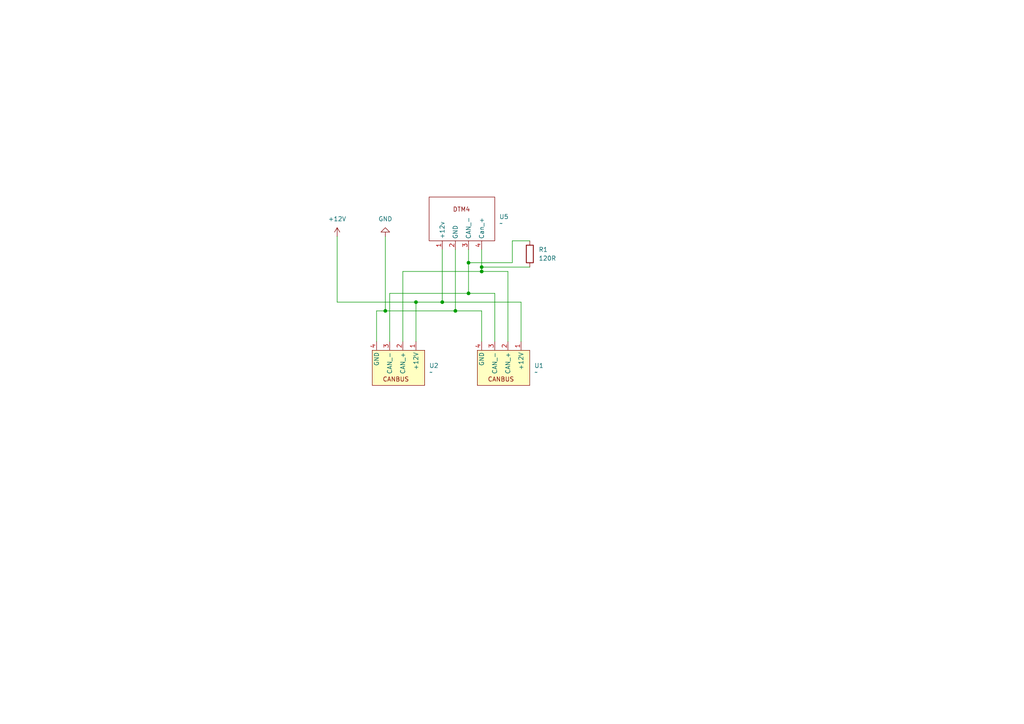
<source format=kicad_sch>
(kicad_sch (version 20250114) (generator "eeschema") (generator_version "9.0")
  (paper "A4")
  (lib_symbols
    (symbol "Custom_Library:DTM4_CANBUS_Edge_Connections"
      (property "Reference" "U" (at 0 0 0))
      (symbol "DTM4_CANBUS_Edge_Connections_1_1"
        (rectangle (start 2.54 5.08) (end 12.7 -10.16) (fill (type background)))
        (text "CANBUS" (at 10.922 -3.302 900) (effects (font (size 1.27 1.27))))
        (pin power_in line (at 0 2.54 0) (length 2.54) (name "+12V") (number "1"))
        (pin bidirectional line (at 0 -1.27 0) (length 2.54) (name "CAN_+") (number "2"))
        (pin bidirectional line (at 0 -5.08 0) (length 2.54) (name "CAN_-") (number "3"))
        (pin power_in line (at 0 -8.89 0) (length 2.54) (name "GND") (number "4"))
      )
    )
    (symbol "Custom_Library:DTM4_Pin_Connections"
      (property "Reference" "U" (at 0 0 0))
      (symbol "DTM4_Pin_Connections_0_1"
        (rectangle (start 2.54 6.35) (end 15.24 -12.7))
      )
      (symbol "DTM4_Pin_Connections_1_1"
        (text "DTM4" (at 11.684 -3.048 900) (effects (font (size 1.27 1.27))))
        (pin power_out line (at 0 2.54 0) (length 2.54) (name "+12v") (number "1"))
        (pin power_out line (at 0 -1.27 0) (length 2.54) (name "GND") (number "2"))
        (pin bidirectional line (at 0 -5.08 0) (length 2.54) (name "CAN_-") (number "3"))
        (pin bidirectional line (at 0 -8.89 0) (length 2.54) (name "Can_+") (number "4"))
      )
    )
    (symbol "Device:R" (pin_numbers (hide yes)) (pin_names (offset 0))
      (property "Reference" "R" (at 2.032 0 90))
      (property "Value" "R" (at 0 0 90))
      (symbol "R_0_1"
        (rectangle (start -1.016 -2.54) (end 1.016 2.54) (stroke (width 0.254)))
      )
      (symbol "R_1_1"
        (pin passive line (at 0 3.81 270) (length 1.27) (name "~") (number "1"))
        (pin passive line (at 0 -3.81 90) (length 1.27) (name "~") (number "2"))
      )
    )
    (symbol "power:+12V" (power) (pin_numbers (hide yes)) (pin_names (offset 0) (hide yes))
      (property "Value" "+12V" (at 0 3.556 0))
      (symbol "+12V_0_1"
        (polyline (pts (xy -0.762 1.27) (xy 0 2.54)))
        (polyline (pts (xy 0 2.54) (xy 0.762 1.27)))
        (polyline (pts (xy 0 0) (xy 0 2.54)))
      )
      (symbol "+12V_1_1"
        (pin power_in line (at 0 0 90) (length 0) (name "~") (number "1"))
      )
    )
    (symbol "power:GND" (power) (pin_numbers (hide yes)) (pin_names (offset 0) (hide yes))
      (property "Value" "GND" (at 0 -3.81 0))
      (symbol "GND_0_1"
        (polyline (pts (xy 0 0) (xy 0 -1.27) (xy 1.27 -1.27) (xy 0 -2.54) (xy -1.27 -1.27) (xy 0 -1.27)))
      )
      (symbol "GND_1_1"
        (pin power_in line (at 0 0 270) (length 0) (name "~") (number "1"))
      )
    )
  )
  (junction (at 139.7 77.47))
  (junction (at 132.08 90.17))
  (junction (at 120.65 87.63))
  (junction (at 135.89 76.2))
  (junction (at 128.27 87.63))
  (junction (at 135.89 85.09))
  (junction (at 139.7 78.74))
  (junction (at 111.76 90.17))
  (wire (pts (xy 120.65 87.63) (xy 120.65 99.06)))
  (wire (pts (xy 109.22 90.17) (xy 111.76 90.17)))
  (wire (pts (xy 116.84 78.74) (xy 139.7 78.74)))
  (wire (pts (xy 135.89 85.09) (xy 143.51 85.09)))
  (wire (pts (xy 97.79 68.58) (xy 97.79 87.63)))
  (wire (pts (xy 109.22 99.06) (xy 109.22 90.17)))
  (wire (pts (xy 132.08 90.17) (xy 139.7 90.17)))
  (wire (pts (xy 135.89 85.09) (xy 135.89 76.2)))
  (wire (pts (xy 139.7 77.47) (xy 139.7 72.39)))
  (wire (pts (xy 97.79 87.63) (xy 120.65 87.63)))
  (wire (pts (xy 148.59 76.2) (xy 148.59 69.85)))
  (wire (pts (xy 135.89 85.09) (xy 113.03 85.09)))
  (wire (pts (xy 151.13 87.63) (xy 151.13 99.06)))
  (wire (pts (xy 139.7 90.17) (xy 139.7 99.06)))
  (wire (pts (xy 113.03 85.09) (xy 113.03 99.06)))
  (wire (pts (xy 139.7 78.74) (xy 139.7 77.47)))
  (wire (pts (xy 135.89 76.2) (xy 135.89 72.39)))
  (wire (pts (xy 132.08 90.17) (xy 132.08 72.39)))
  (wire (pts (xy 111.76 68.58) (xy 111.76 90.17)))
  (wire (pts (xy 139.7 78.74) (xy 147.32 78.74)))
  (wire (pts (xy 135.89 76.2) (xy 148.59 76.2)))
  (wire (pts (xy 120.65 87.63) (xy 128.27 87.63)))
  (wire (pts (xy 128.27 87.63) (xy 128.27 72.39)))
  (wire (pts (xy 143.51 85.09) (xy 143.51 99.06)))
  (wire (pts (xy 147.32 78.74) (xy 147.32 99.06)))
  (wire (pts (xy 128.27 87.63) (xy 151.13 87.63)))
  (wire (pts (xy 111.76 90.17) (xy 132.08 90.17)))
  (wire (pts (xy 116.84 99.06) (xy 116.84 78.74)))
  (wire (pts (xy 148.59 69.85) (xy 153.67 69.85)))
  (wire (pts (xy 139.7 77.47) (xy 153.67 77.47)))
  (symbol (lib_id "power:GND") (at 111.76 68.58 180) (unit 1)
    (property "Reference" "#PWR02" (effects (hide yes)))
    (property "Value" "GND" (at 111.76 63.5 0))
    (property "Description" "Power symbol creates a global label with name \"GND\" , ground" (effects (hide yes)))
  )
  (symbol (lib_id "Device:R") (at 153.67 73.66 0) (unit 1)
    (property "Reference" "R1" (at 156.21 72.3899 0) (effects (justify left)))
    (property "Value" "120R" (at 156.21 74.9299 0) (effects (justify left)))
    (property "Footprint" "Resistor_THT:R_Axial_DIN0207_L6.3mm_D2.5mm_P7.62mm_Horizontal" (effects (hide yes)))
    (property "Description" "Resistor" (effects (hide yes)))
  )
  (symbol (lib_id "Custom_Library:DTM4_CANBUS_Edge_Connections") (at 148.59 99.06 270) (unit 1)
    (property "Reference" "U1" (at 154.94 106.0449 90) (effects (justify left)))
    (property "Value" "~" (at 154.94 107.95 90) (effects (justify left)))
    (property "Footprint" "Custom_Footprints:DTM4_CANBUS_Edge_Footprint" (effects (hide yes)))
  )
  (symbol (lib_id "power:+12V") (at 97.79 68.58 0) (unit 1)
    (property "Reference" "#PWR01" (effects (hide yes)))
    (property "Value" "+12V" (at 97.79 63.5 0))
    (property "Description" "Power symbol creates a global label with name \"+12V\"" (effects (hide yes)))
  )
  (symbol (lib_id "Custom_Library:DTM4_CANBUS_Edge_Connections") (at 118.11 99.06 270) (unit 1)
    (property "Reference" "U2" (at 124.46 106.0449 90) (effects (justify left)))
    (property "Value" "~" (at 124.46 107.95 90) (effects (justify left)))
    (property "Footprint" "Custom_Footprints:DTM4_CANBUS_Edge_Footprint_Mirrored" (effects (hide yes)))
  )
  (symbol (lib_id "Custom_Library:DTM4_Pin_Connections") (at 130.81 72.39 90) (unit 1)
    (property "Reference" "U5" (at 144.78 62.8649 90) (effects (justify right)))
    (property "Value" "~" (at 144.78 64.77 90) (effects (justify right)))
    (property "Footprint" "Custom_Footprints:DTM4_CABUS_Pin_Footprint" (effects (hide yes)))
  )
)
</source>
